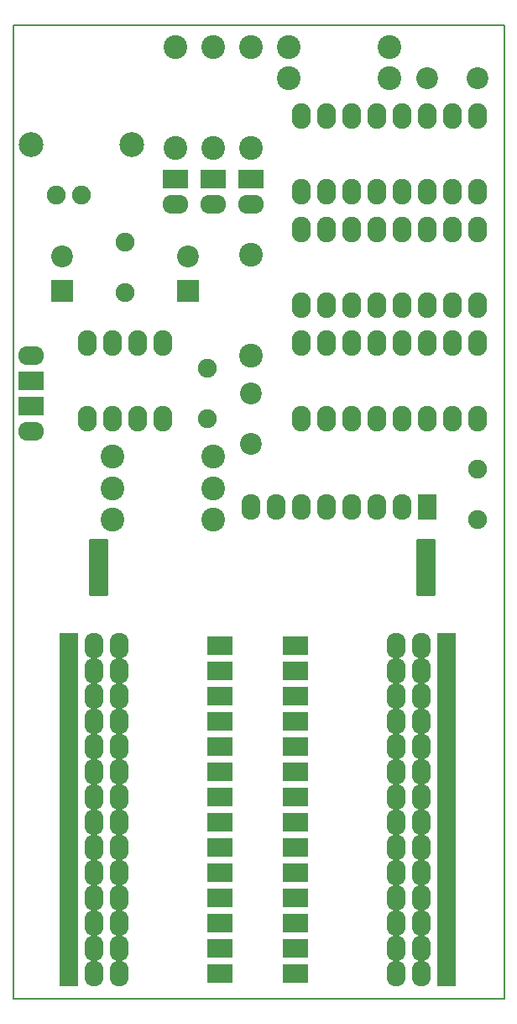
<source format=gbs>
G04 #@! TF.FileFunction,Soldermask,Bot*
%FSLAX46Y46*%
G04 Gerber Fmt 4.6, Leading zero omitted, Abs format (unit mm)*
G04 Created by KiCad (PCBNEW 4.0.0-stable) date 19.01.2016 13:51:47*
%MOMM*%
G01*
G04 APERTURE LIST*
%ADD10C,0.100000*%
%ADD11C,0.150000*%
%ADD12C,1.900000*%
%ADD13C,2.500000*%
%ADD14R,2.200000X2.200000*%
%ADD15C,2.200000*%
%ADD16C,1.901140*%
%ADD17R,2.599640X1.924000*%
%ADD18O,2.599640X1.924000*%
%ADD19R,1.924000X2.599640*%
%ADD20O,1.924000X2.599640*%
%ADD21C,2.398980*%
%ADD22O,1.901140X2.599640*%
%ADD23C,0.254000*%
G04 APERTURE END LIST*
D10*
D11*
X156972000Y-162560000D02*
X107442000Y-162560000D01*
X156972000Y-64516000D02*
X156972000Y-162560000D01*
X107442000Y-64516000D02*
X156972000Y-64516000D01*
X107442000Y-162560000D02*
X107442000Y-64516000D01*
D12*
X114300000Y-81595000D03*
X111760000Y-81595000D03*
D13*
X109220000Y-76515000D03*
X119380000Y-76515000D03*
D14*
X112395000Y-91285000D03*
D15*
X112395000Y-87785000D03*
X154305000Y-69850000D03*
X149225000Y-69850000D03*
X131445000Y-101600000D03*
X131445000Y-106680000D03*
D16*
X118745000Y-86360000D03*
X118745000Y-91440000D03*
X127000000Y-99060000D03*
X127000000Y-104140000D03*
X154305000Y-114300000D03*
X154305000Y-109220000D03*
D17*
X131445000Y-80010000D03*
D18*
X131445000Y-82550000D03*
D17*
X127635000Y-80010000D03*
D18*
X127635000Y-82550000D03*
D17*
X123825000Y-80010000D03*
D18*
X123825000Y-82550000D03*
D19*
X149225000Y-113030000D03*
D20*
X146685000Y-113030000D03*
X144145000Y-113030000D03*
X141605000Y-113030000D03*
X139065000Y-113030000D03*
X136525000Y-113030000D03*
X133985000Y-113030000D03*
X131445000Y-113030000D03*
D17*
X109220000Y-102870000D03*
D18*
X109220000Y-105410000D03*
D17*
X109220000Y-100330000D03*
D18*
X109220000Y-97790000D03*
D21*
X145415000Y-66675000D03*
X135255000Y-66675000D03*
X145415000Y-69850000D03*
X135255000Y-69850000D03*
X131445000Y-97790000D03*
X131445000Y-87630000D03*
X127635000Y-107950000D03*
X117475000Y-107950000D03*
X117475000Y-111125000D03*
X127635000Y-111125000D03*
X117475000Y-114300000D03*
X127635000Y-114300000D03*
X131445000Y-66675000D03*
X131445000Y-76835000D03*
X127635000Y-66675000D03*
X127635000Y-76835000D03*
X123825000Y-66675000D03*
X123825000Y-76835000D03*
D22*
X136525000Y-81280000D03*
X139065000Y-81280000D03*
X141605000Y-81280000D03*
X144145000Y-81280000D03*
X146685000Y-81280000D03*
X149225000Y-81280000D03*
X151765000Y-81280000D03*
X154305000Y-81280000D03*
X154305000Y-73660000D03*
X151765000Y-73660000D03*
X149225000Y-73660000D03*
X146685000Y-73660000D03*
X144145000Y-73660000D03*
X141605000Y-73660000D03*
X139065000Y-73660000D03*
X136525000Y-73660000D03*
X136525000Y-92710000D03*
X139065000Y-92710000D03*
X141605000Y-92710000D03*
X144145000Y-92710000D03*
X146685000Y-92710000D03*
X149225000Y-92710000D03*
X151765000Y-92710000D03*
X154305000Y-92710000D03*
X154305000Y-85090000D03*
X151765000Y-85090000D03*
X149225000Y-85090000D03*
X146685000Y-85090000D03*
X144145000Y-85090000D03*
X141605000Y-85090000D03*
X139065000Y-85090000D03*
X136525000Y-85090000D03*
X136525000Y-104140000D03*
X139065000Y-104140000D03*
X141605000Y-104140000D03*
X144145000Y-104140000D03*
X146685000Y-104140000D03*
X149225000Y-104140000D03*
X151765000Y-104140000D03*
X154305000Y-104140000D03*
X154305000Y-96520000D03*
X151765000Y-96520000D03*
X149225000Y-96520000D03*
X146685000Y-96520000D03*
X144145000Y-96520000D03*
X141605000Y-96520000D03*
X139065000Y-96520000D03*
X136525000Y-96520000D03*
X114935000Y-104140000D03*
X117475000Y-104140000D03*
X120015000Y-104140000D03*
X122555000Y-104140000D03*
X122555000Y-96520000D03*
X120015000Y-96520000D03*
X117475000Y-96520000D03*
X114935000Y-96520000D03*
D14*
X125095000Y-91285000D03*
D15*
X125095000Y-87785000D03*
D19*
X113030000Y-127000000D03*
D20*
X115570000Y-127000000D03*
X118110000Y-127000000D03*
D19*
X113030000Y-129540000D03*
D20*
X115570000Y-129540000D03*
X118110000Y-129540000D03*
D19*
X113030000Y-132080000D03*
D20*
X115570000Y-132080000D03*
X118110000Y-132080000D03*
D19*
X113030000Y-134620000D03*
D20*
X115570000Y-134620000D03*
X118110000Y-134620000D03*
D19*
X113030000Y-137160000D03*
D20*
X115570000Y-137160000D03*
X118110000Y-137160000D03*
D19*
X113030000Y-139700000D03*
D20*
X115570000Y-139700000D03*
X118110000Y-139700000D03*
D19*
X113030000Y-142240000D03*
D20*
X115570000Y-142240000D03*
X118110000Y-142240000D03*
D19*
X113030000Y-144780000D03*
D20*
X115570000Y-144780000D03*
X118110000Y-144780000D03*
D19*
X113030000Y-147320000D03*
D20*
X115570000Y-147320000D03*
X118110000Y-147320000D03*
D19*
X113030000Y-149860000D03*
D20*
X115570000Y-149860000D03*
X118110000Y-149860000D03*
D19*
X113030000Y-152400000D03*
D20*
X115570000Y-152400000D03*
X118110000Y-152400000D03*
D19*
X113030000Y-154940000D03*
D20*
X115570000Y-154940000D03*
X118110000Y-154940000D03*
D19*
X113030000Y-157480000D03*
D20*
X115570000Y-157480000D03*
X118110000Y-157480000D03*
D19*
X113030000Y-160020000D03*
D20*
X115570000Y-160020000D03*
X118110000Y-160020000D03*
D19*
X151130000Y-160020000D03*
D20*
X148590000Y-160020000D03*
X146050000Y-160020000D03*
D19*
X151130000Y-157480000D03*
D20*
X148590000Y-157480000D03*
X146050000Y-157480000D03*
D19*
X151130000Y-154940000D03*
D20*
X148590000Y-154940000D03*
X146050000Y-154940000D03*
D19*
X151130000Y-152400000D03*
D20*
X148590000Y-152400000D03*
X146050000Y-152400000D03*
D19*
X151130000Y-149860000D03*
D20*
X148590000Y-149860000D03*
X146050000Y-149860000D03*
D19*
X151130000Y-147320000D03*
D20*
X148590000Y-147320000D03*
X146050000Y-147320000D03*
D19*
X151130000Y-144780000D03*
D20*
X148590000Y-144780000D03*
X146050000Y-144780000D03*
D19*
X151130000Y-142240000D03*
D20*
X148590000Y-142240000D03*
X146050000Y-142240000D03*
D19*
X151130000Y-139700000D03*
D20*
X148590000Y-139700000D03*
X146050000Y-139700000D03*
D19*
X151130000Y-137160000D03*
D20*
X148590000Y-137160000D03*
X146050000Y-137160000D03*
D19*
X151130000Y-134620000D03*
D20*
X148590000Y-134620000D03*
X146050000Y-134620000D03*
D19*
X151130000Y-132080000D03*
D20*
X148590000Y-132080000D03*
X146050000Y-132080000D03*
D19*
X151130000Y-129540000D03*
D20*
X148590000Y-129540000D03*
X146050000Y-129540000D03*
D19*
X151130000Y-127000000D03*
D20*
X148590000Y-127000000D03*
X146050000Y-127000000D03*
D17*
X128270000Y-127000000D03*
X128270000Y-129540000D03*
X128270000Y-132080000D03*
X128270000Y-134620000D03*
X128270000Y-137160000D03*
X128270000Y-139700000D03*
X128270000Y-142240000D03*
X128270000Y-144780000D03*
X128270000Y-147320000D03*
X128270000Y-149860000D03*
X128270000Y-152400000D03*
X128270000Y-154940000D03*
X128270000Y-157480000D03*
X128270000Y-160020000D03*
X135890000Y-160020000D03*
X135890000Y-157480000D03*
X135890000Y-154940000D03*
X135890000Y-152400000D03*
X135890000Y-149860000D03*
X135890000Y-147320000D03*
X135890000Y-144780000D03*
X135890000Y-142240000D03*
X135890000Y-139700000D03*
X135890000Y-137160000D03*
X135890000Y-134620000D03*
X135890000Y-132080000D03*
X135890000Y-129540000D03*
X135890000Y-127000000D03*
D23*
G36*
X116840000Y-121793000D02*
X115189000Y-121793000D01*
X115189000Y-116332000D01*
X116840000Y-116332000D01*
X116840000Y-121793000D01*
X116840000Y-121793000D01*
G37*
X116840000Y-121793000D02*
X115189000Y-121793000D01*
X115189000Y-116332000D01*
X116840000Y-116332000D01*
X116840000Y-121793000D01*
G36*
X149860000Y-121793000D02*
X148209000Y-121793000D01*
X148209000Y-116332000D01*
X149860000Y-116332000D01*
X149860000Y-121793000D01*
X149860000Y-121793000D01*
G37*
X149860000Y-121793000D02*
X148209000Y-121793000D01*
X148209000Y-116332000D01*
X149860000Y-116332000D01*
X149860000Y-121793000D01*
M02*

</source>
